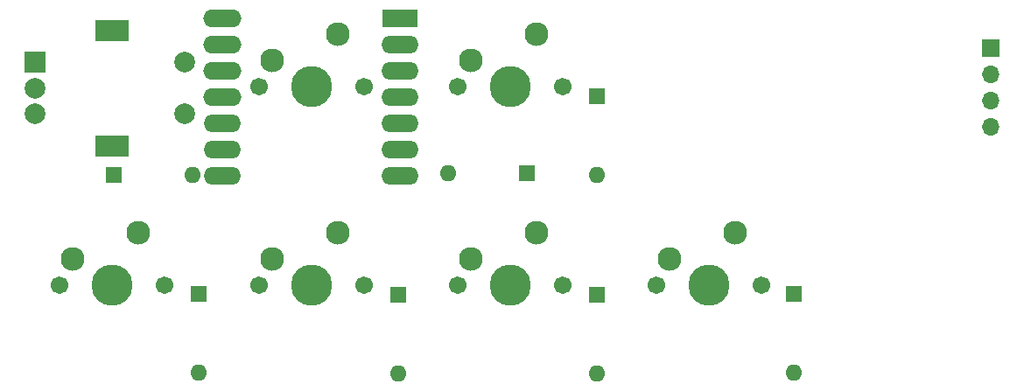
<source format=gbr>
%TF.GenerationSoftware,KiCad,Pcbnew,8.0.6*%
%TF.CreationDate,2024-10-22T23:25:27+01:00*%
%TF.ProjectId,hello22,68656c6c-6f32-4322-9e6b-696361645f70,rev?*%
%TF.SameCoordinates,Original*%
%TF.FileFunction,Soldermask,Bot*%
%TF.FilePolarity,Negative*%
%FSLAX46Y46*%
G04 Gerber Fmt 4.6, Leading zero omitted, Abs format (unit mm)*
G04 Created by KiCad (PCBNEW 8.0.6) date 2024-10-22 23:25:27*
%MOMM*%
%LPD*%
G01*
G04 APERTURE LIST*
%ADD10C,1.701800*%
%ADD11C,3.987800*%
%ADD12C,2.300000*%
%ADD13R,2.000000X2.000000*%
%ADD14C,2.000000*%
%ADD15R,3.200000X2.000000*%
%ADD16R,1.600000X1.600000*%
%ADD17O,1.600000X1.600000*%
%ADD18R,3.500000X1.700000*%
%ADD19O,3.600000X1.700000*%
%ADD20O,3.700000X1.700000*%
%ADD21R,1.700000X1.700000*%
%ADD22O,1.700000X1.700000*%
G04 APERTURE END LIST*
D10*
%TO.C,SW4*%
X100795000Y-105875000D03*
D11*
X105875000Y-105875000D03*
D10*
X110955000Y-105875000D03*
D12*
X102065000Y-103335000D03*
X108415000Y-100795000D03*
%TD*%
D10*
%TO.C,SW6*%
X100795000Y-125125000D03*
D11*
X105875000Y-125125000D03*
D10*
X110955000Y-125125000D03*
D12*
X102065000Y-122585000D03*
X108415000Y-120045000D03*
%TD*%
D13*
%TO.C,SW5*%
X59875000Y-103550000D03*
D14*
X59875000Y-108550000D03*
X59875000Y-106050000D03*
D15*
X67375000Y-100450000D03*
X67375000Y-111650000D03*
D14*
X74375000Y-108550000D03*
X74375000Y-103550000D03*
%TD*%
D16*
%TO.C,D2*%
X67564000Y-114427000D03*
D17*
X75184000Y-114427000D03*
%TD*%
D10*
%TO.C,SW3*%
X81545000Y-125125000D03*
D11*
X86625000Y-125125000D03*
D10*
X91705000Y-125125000D03*
D12*
X82815000Y-122585000D03*
X89165000Y-120045000D03*
%TD*%
D10*
%TO.C,SW1*%
X62295000Y-125125000D03*
D11*
X67375000Y-125125000D03*
D10*
X72455000Y-125125000D03*
D12*
X63565000Y-122585000D03*
X69915000Y-120045000D03*
%TD*%
D16*
%TO.C,D6*%
X95046800Y-126034800D03*
D17*
X95046800Y-133654800D03*
%TD*%
D16*
%TO.C,D8*%
X114223800Y-126034800D03*
D17*
X114223800Y-133654800D03*
%TD*%
D16*
%TO.C,D9*%
X133350000Y-125984000D03*
D17*
X133350000Y-133604000D03*
%TD*%
D10*
%TO.C,SW2*%
X81545000Y-105875000D03*
D11*
X86625000Y-105875000D03*
D10*
X91705000Y-105875000D03*
D12*
X82815000Y-103335000D03*
X89165000Y-100795000D03*
%TD*%
D16*
%TO.C,D7*%
X114274600Y-106807000D03*
D17*
X114274600Y-114427000D03*
%TD*%
D16*
%TO.C,D5*%
X107467400Y-114274600D03*
D17*
X99847400Y-114274600D03*
%TD*%
D10*
%TO.C,SW7*%
X120045000Y-125125000D03*
D11*
X125125000Y-125125000D03*
D10*
X130205000Y-125125000D03*
D12*
X121315000Y-122585000D03*
X127665000Y-120045000D03*
%TD*%
D16*
%TO.C,D1*%
X75717400Y-125984000D03*
D17*
X75717400Y-133604000D03*
%TD*%
D18*
%TO.C,U1*%
X95234000Y-99263200D03*
D19*
X95234000Y-101803200D03*
X95234000Y-104343200D03*
X95234000Y-106883200D03*
X95234000Y-109423200D03*
X95234000Y-111963200D03*
X95234000Y-114503200D03*
X77984000Y-114503200D03*
X77984000Y-111963200D03*
X77984000Y-109423200D03*
D20*
X77984000Y-106883200D03*
X77984000Y-104343200D03*
X77984000Y-101803200D03*
X77984000Y-99263200D03*
%TD*%
D21*
%TO.C,U2*%
X152365000Y-102180000D03*
D22*
X152365000Y-104720000D03*
X152365000Y-107260000D03*
X152365000Y-109800000D03*
%TD*%
M02*

</source>
